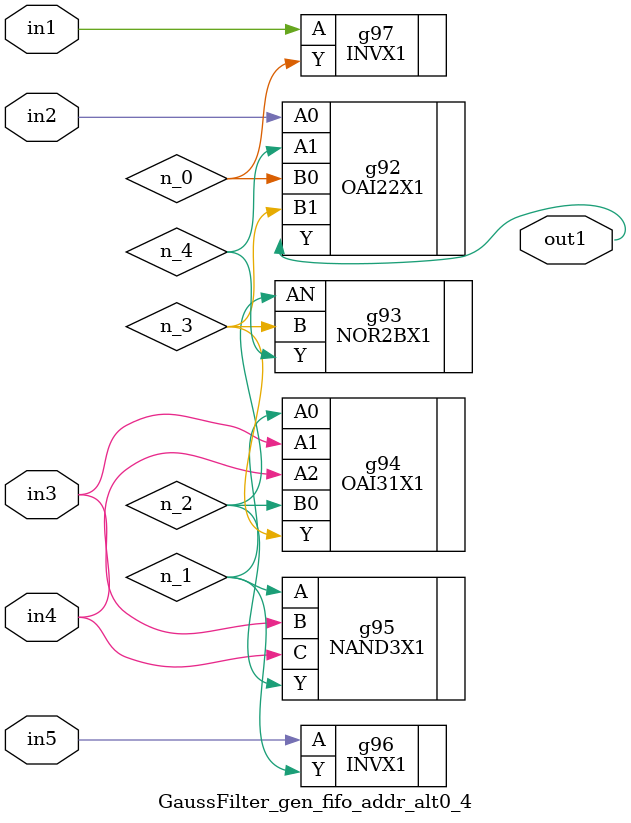
<source format=v>
`timescale 1ps / 1ps


module GaussFilter_gen_fifo_addr_alt0_4(in1, in2, in3, in4, in5, out1);
  input in1, in2, in3, in4, in5;
  output out1;
  wire in1, in2, in3, in4, in5;
  wire out1;
  wire n_0, n_1, n_2, n_3, n_4;
  OAI22X1 g92(.A0 (in2), .A1 (n_4), .B0 (n_0), .B1 (n_3), .Y (out1));
  NOR2BX1 g93(.AN (n_2), .B (n_3), .Y (n_4));
  OAI31X1 g94(.A0 (n_1), .A1 (in3), .A2 (in4), .B0 (n_2), .Y (n_3));
  NAND3X1 g95(.A (n_1), .B (in3), .C (in4), .Y (n_2));
  INVX1 g97(.A (in1), .Y (n_0));
  INVX1 g96(.A (in5), .Y (n_1));
endmodule



</source>
